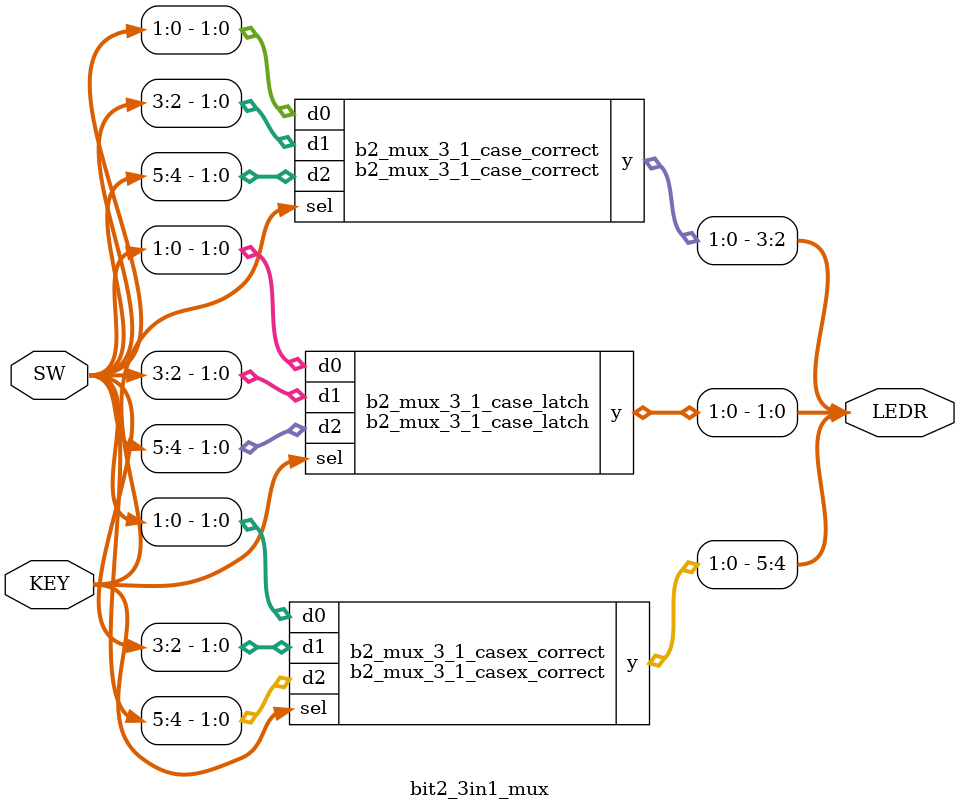
<source format=v>
module b2_mux_3_1_case_latch
(
    input      [1:0] d0, d1, d2, 
    input      [1:0] sel,
    output reg [1:0] y
);

    always @(*)
        case (sel)
        2'b00: y = d0;
        2'b01: y = d1;
        2'b10: y = d2;
        endcase

endmodule

module b2_mux_3_1_case_correct
(
    input      [1:0] d0, d1, d2, 
    input      [1:0] sel,
    output reg [1:0] y
);

    always @(*)
        case (sel)
        2'b00: y = d0;
        2'b01: y = d1;
        default: y = d2;
        endcase

endmodule

module b2_mux_3_1_casex_correct
(
    input      [1:0] d0, d1, d2, 
    input      [1:0] sel,
    output reg [1:0] y
);

    always @(*)
        case (sel)
        2'b00: y = d0;
        2'b01: y = d1;
        2'b10: y = d2;
        default: y=2'bxx;
        endcase

endmodule

module bit2_3in1_mux
(
    input   [ 1:0]  KEY,
    input   [ 9:0]  SW,
    output  [ 9:0]  LEDR
);

    b2_mux_3_1_case_latch b2_mux_3_1_case_latch(.d0(SW[1:0]),.d1(SW[3:2]),.d2(SW[5:4]),.sel(KEY[1:0]),.y(LEDR[1:0]));
    b2_mux_3_1_case_correct b2_mux_3_1_case_correct(.d0(SW[1:0]),.d1(SW[3:2]),.d2(SW[5:4]),.sel(KEY[1:0]),.y(LEDR[3:2]));
    b2_mux_3_1_casex_correct b2_mux_3_1_casex_correct(.d0(SW[1:0]),.d1(SW[3:2]),.d2(SW[5:4]),.sel(KEY[1:0]),.y(LEDR[5:4]));
    
endmodule
</source>
